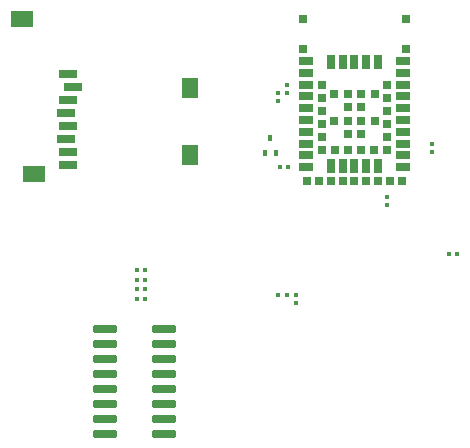
<source format=gbr>
%TF.GenerationSoftware,KiCad,Pcbnew,8.0.6*%
%TF.CreationDate,2025-09-09T16:11:22-07:00*%
%TF.ProjectId,Multimodal_Actuator_mk2,4d756c74-696d-46f6-9461-6c5f41637475,rev?*%
%TF.SameCoordinates,Original*%
%TF.FileFunction,Paste,Bot*%
%TF.FilePolarity,Positive*%
%FSLAX46Y46*%
G04 Gerber Fmt 4.6, Leading zero omitted, Abs format (unit mm)*
G04 Created by KiCad (PCBNEW 8.0.6) date 2025-09-09 16:11:22*
%MOMM*%
%LPD*%
G01*
G04 APERTURE LIST*
G04 Aperture macros list*
%AMRoundRect*
0 Rectangle with rounded corners*
0 $1 Rounding radius*
0 $2 $3 $4 $5 $6 $7 $8 $9 X,Y pos of 4 corners*
0 Add a 4 corners polygon primitive as box body*
4,1,4,$2,$3,$4,$5,$6,$7,$8,$9,$2,$3,0*
0 Add four circle primitives for the rounded corners*
1,1,$1+$1,$2,$3*
1,1,$1+$1,$4,$5*
1,1,$1+$1,$6,$7*
1,1,$1+$1,$8,$9*
0 Add four rect primitives between the rounded corners*
20,1,$1+$1,$2,$3,$4,$5,0*
20,1,$1+$1,$4,$5,$6,$7,0*
20,1,$1+$1,$6,$7,$8,$9,0*
20,1,$1+$1,$8,$9,$2,$3,0*%
G04 Aperture macros list end*
%ADD10RoundRect,0.079500X0.079500X0.100500X-0.079500X0.100500X-0.079500X-0.100500X0.079500X-0.100500X0*%
%ADD11R,1.500000X0.800000*%
%ADD12R,1.900000X1.400000*%
%ADD13R,1.400000X1.800000*%
%ADD14R,0.406400X0.508000*%
%ADD15RoundRect,0.079500X0.100500X-0.079500X0.100500X0.079500X-0.100500X0.079500X-0.100500X-0.079500X0*%
%ADD16RoundRect,0.079500X-0.079500X-0.100500X0.079500X-0.100500X0.079500X0.100500X-0.079500X0.100500X0*%
%ADD17RoundRect,0.079500X-0.100500X0.079500X-0.100500X-0.079500X0.100500X-0.079500X0.100500X0.079500X0*%
%ADD18R,1.150000X0.700000*%
%ADD19R,0.700000X1.150000*%
%ADD20R,0.700000X0.700000*%
%ADD21RoundRect,0.075000X0.910000X0.225000X-0.910000X0.225000X-0.910000X-0.225000X0.910000X-0.225000X0*%
G04 APERTURE END LIST*
D10*
%TO.C,C2023*%
X131565000Y-107800000D03*
X130875000Y-107800000D03*
%TD*%
%TO.C,C2024*%
X131565000Y-110200000D03*
X130875000Y-110200000D03*
%TD*%
%TO.C,C2004*%
X131565000Y-108600000D03*
X130875000Y-108600000D03*
%TD*%
D11*
%TO.C,J6001*%
X125050000Y-91160000D03*
X125450000Y-92260000D03*
X125050000Y-93360000D03*
X124850000Y-94460000D03*
X125050000Y-95560000D03*
X124850000Y-96660000D03*
X125050000Y-97760000D03*
X125050000Y-98860000D03*
D12*
X121200000Y-86500000D03*
X122200000Y-99650000D03*
D13*
X135350000Y-92350000D03*
X135350000Y-98050000D03*
%TD*%
D10*
%TO.C,R3001*%
X143565000Y-109900000D03*
X142875000Y-109900000D03*
%TD*%
D14*
%TO.C,U2004*%
X142699999Y-97899998D03*
X141700001Y-97899998D03*
X142200000Y-96600000D03*
%TD*%
D10*
%TO.C,C4003*%
X131565000Y-109400000D03*
X130875000Y-109400000D03*
%TD*%
D15*
%TO.C,C5001*%
X144400000Y-110565000D03*
X144400000Y-109875000D03*
%TD*%
D16*
%TO.C,R1003*%
X157345000Y-106390000D03*
X158035000Y-106390000D03*
%TD*%
D15*
%TO.C,C2005*%
X152100000Y-102315000D03*
X152100000Y-101625000D03*
%TD*%
D17*
%TO.C,R2014*%
X142800000Y-92765000D03*
X142800000Y-93455000D03*
%TD*%
D18*
%TO.C,U2001*%
X145175000Y-99075000D03*
X145175000Y-98075000D03*
X145175000Y-97075000D03*
X145175000Y-96075000D03*
X145175000Y-95075000D03*
X145175000Y-94075000D03*
X145175000Y-93075000D03*
X145175000Y-92075000D03*
X145175000Y-91075000D03*
X145175000Y-90075000D03*
D19*
X147300000Y-90150000D03*
X148300000Y-90150000D03*
X149300000Y-90150000D03*
X150300000Y-90150000D03*
X151300000Y-90150000D03*
D18*
X153425000Y-90075000D03*
X153425000Y-91075000D03*
X153425000Y-92075000D03*
X153425000Y-93075000D03*
X153425000Y-94075000D03*
X153425000Y-95075000D03*
X153425000Y-96075000D03*
X153425000Y-97075000D03*
X153425000Y-98075000D03*
X153425000Y-99075000D03*
D19*
X151300000Y-99000000D03*
X150300000Y-99000000D03*
X149300000Y-99000000D03*
X148300000Y-99000000D03*
X147300000Y-99000000D03*
D20*
X146550000Y-97625000D03*
X146550000Y-96525000D03*
X146550000Y-95425000D03*
X146550000Y-94325000D03*
X146550000Y-93225000D03*
X146550000Y-92125000D03*
X152050000Y-92125000D03*
X152050000Y-93225000D03*
X152050000Y-94325000D03*
X152050000Y-95425000D03*
X152050000Y-96525000D03*
X152050000Y-97625000D03*
X150950000Y-97625000D03*
X149850000Y-97625000D03*
X148750000Y-97625000D03*
X147650000Y-97625000D03*
X153300000Y-100225000D03*
X152300000Y-100225000D03*
X151300000Y-100225000D03*
X150300000Y-100225000D03*
X149300000Y-100225000D03*
X148300000Y-100225000D03*
X147300000Y-100225000D03*
X146300000Y-100225000D03*
X145300000Y-100225000D03*
X144950000Y-89075000D03*
X153650000Y-89075000D03*
X144950000Y-86525000D03*
X153650000Y-86525000D03*
X148725000Y-96300000D03*
X149875000Y-96300000D03*
X147575000Y-95150000D03*
X148725000Y-95150000D03*
X149875000Y-95150000D03*
X151025000Y-95150000D03*
X148725000Y-94000000D03*
X149875000Y-94000000D03*
X147575000Y-92850000D03*
X148725000Y-92850000D03*
X149875000Y-92850000D03*
X151025000Y-92850000D03*
%TD*%
D17*
%TO.C,R2013*%
X143600000Y-92075000D03*
X143600000Y-92765000D03*
%TD*%
D10*
%TO.C,R2009*%
X143665000Y-99100000D03*
X142975000Y-99100000D03*
%TD*%
D21*
%TO.C,U6001*%
X133175000Y-112755000D03*
X133175000Y-114025000D03*
X133175000Y-115295000D03*
X133175000Y-116565000D03*
X133175000Y-117835000D03*
X133175000Y-119105000D03*
X133175000Y-120375000D03*
X133175000Y-121645000D03*
X128225000Y-121645000D03*
X128225000Y-120375000D03*
X128225000Y-119105000D03*
X128225000Y-117835000D03*
X128225000Y-116565000D03*
X128225000Y-115295000D03*
X128225000Y-114025000D03*
X128225000Y-112755000D03*
%TD*%
D15*
%TO.C,R3004*%
X155900000Y-97790000D03*
X155900000Y-97100000D03*
%TD*%
M02*

</source>
